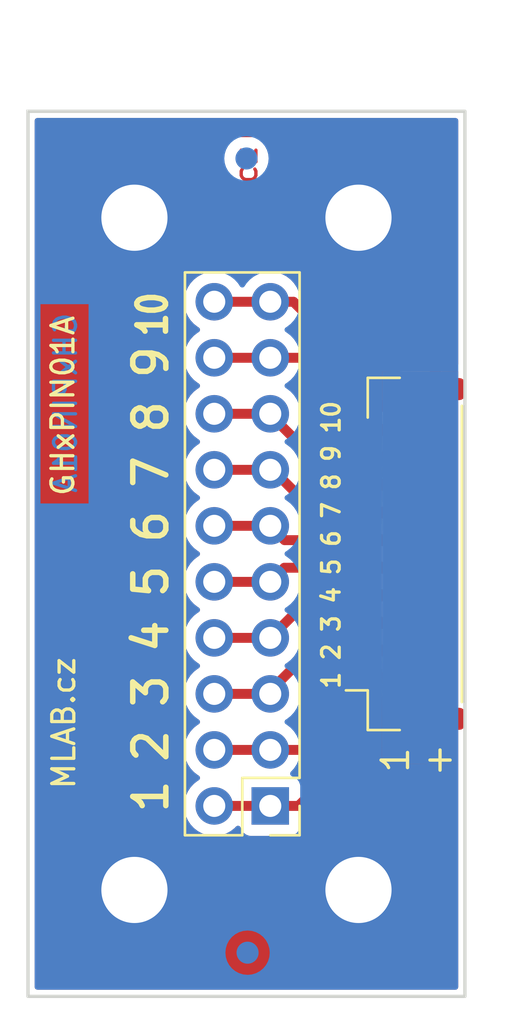
<source format=kicad_pcb>
(kicad_pcb (version 20240108) (generator "pcbnew") (generator_version "8.0")
  (layers (0 "F.Cu" signal) (31 "B.Cu" signal) (34 "B.Paste" user) (36 "B.SilkS" user "B.Silkscreen") (37 "F.SilkS" user "F.Silkscreen") (38 "B.Mask" user) (39 "F.Mask" user) (44 "Edge.Cuts" user))
  (net 0 "")
  (net 1 "Net-(J6-Pad6)")
  (net 2 "GND")
  (net 3 "Net-(J6-Pad2)")
  (net 4 "Net-(J6-Pad1)")
  (net 5 "Net-(J6-Pad9)")
  (net 6 "Net-(J6-Pad3)")
  (net 7 "Net-(J6-Pad5)")
  (net 8 "Net-(J6-Pad7)")
  (net 9 "Net-(J6-Pad8)")
  (net 10 "Net-(J6-Pad10)")
  (net 11 "Net-(J6-Pad4)")
  (footprint "Mlab_Mechanical:MountingHole_3mm" (layer "F.Cu") (at 153.58 89.76)
    (property "Reference" "M2" (hide yes))
    (property "Value" "HOLE M3" (hide yes))
    (pad "1" thru_hole circle (at 0 0) (size 6 6) (drill 3) (layers "*.Cu" "*.Mask") (net 2 "GND") (clearance 1))
  )
  (footprint "Mlab_Mechanical:MountingHole_3mm" (layer "F.Cu") (at 153.58 120.24)
    (property "Reference" "M4" (hide yes))
    (property "Value" "HOLE" (hide yes))
    (pad "1" thru_hole circle (at 0 0) (size 6 6) (drill 3) (layers "*.Cu" "*.Mask") (net 2 "GND") (clearance 1))
  )
  (footprint "Mlab_Mechanical:MountingHole_3mm" (layer "F.Cu") (at 143.42 120.24)
    (property "Reference" "M3" (hide yes))
    (property "Value" "HOLE" (hide yes))
    (pad "1" thru_hole circle (at 0 0) (size 6 6) (drill 3) (layers "*.Cu" "*.Mask") (net 2 "GND") (clearance 1))
  )
  (footprint "Connector_PinHeader_2.54mm:PinHeader_2x10_P2.54mm_Vertical" (layer "F.Cu") (at 149.579999 116.43 180)
    (property "Reference" "J7" (hide yes))
    (property "Value" "HEADER_2x10_PARALLEL")
    (fp_line (start 3.87 -1.33) (end 3.87 24.19) (stroke (width 0.12)) (layer "F.SilkS"))
    (fp_line (start 1.27 1.27) (end 1.27 -1.33) (stroke (width 0.12)) (layer "F.SilkS"))
    (fp_line (start 1.27 -1.33) (end 3.87 -1.33) (stroke (width 0.12)) (layer "F.SilkS"))
    (fp_line (start -1.33 24.19) (end 3.87 24.19) (stroke (width 0.12)) (layer "F.SilkS"))
    (fp_line (start -1.33 1.27) (end 1.27 1.27) (stroke (width 0.12)) (layer "F.SilkS"))
    (fp_line (start -1.33 1.27) (end -1.33 24.19) (stroke (width 0.12)) (layer "F.SilkS"))
    (fp_line (start -1.33 0) (end -1.33 -1.33) (stroke (width 0.12)) (layer "F.SilkS"))
    (fp_line (start -1.33 -1.33) (end 0 -1.33) (stroke (width 0.12)) (layer "F.SilkS"))
    (pad "1" thru_hole rect (at 0 0 180) (size 1.7 1.7) (drill 1) (layers "*.Cu" "*.Mask") (net 4 "Net-(J6-Pad1)"))
    (pad "2" thru_hole oval (at 2.54 0 180) (size 1.7 1.7) (drill 1) (layers "*.Cu" "*.Mask") (net 4 "Net-(J6-Pad1)"))
    (pad "3" thru_hole oval (at 0 2.54 180) (size 1.7 1.7) (drill 1) (layers "*.Cu" "*.Mask") (net 3 "Net-(J6-Pad2)"))
    (pad "4" thru_hole oval (at 2.54 2.54 180) (size 1.7 1.7) (drill 1) (layers "*.Cu" "*.Mask") (net 3 "Net-(J6-Pad2)"))
    (pad "5" thru_hole oval (at 0 5.08 180) (size 1.7 1.7) (drill 1) (layers "*.Cu" "*.Mask") (net 6 "Net-(J6-Pad3)"))
    (pad "6" thru_hole oval (at 2.54 5.08 180) (size 1.7 1.7) (drill 1) (layers "*.Cu" "*.Mask") (net 6 "Net-(J6-Pad3)"))
    (pad "7" thru_hole oval (at 0 7.62 180) (size 1.7 1.7) (drill 1) (layers "*.Cu" "*.Mask") (net 11 "Net-(J6-Pad4)"))
    (pad "8" thru_hole oval (at 2.54 7.62 180) (size 1.7 1.7) (drill 1) (layers "*.Cu" "*.Mask") (net 11 "Net-(J6-Pad4)"))
    (pad "9" thru_hole oval (at 0 10.16 180) (size 1.7 1.7) (drill 1) (layers "*.Cu" "*.Mask") (net 7 "Net-(J6-Pad5)"))
    (pad "10" thru_hole oval (at 2.54 10.16 180) (size 1.7 1.7) (drill 1) (layers "*.Cu" "*.Mask") (net 7 "Net-(J6-Pad5)"))
    (pad "11" thru_hole oval (at 0 12.7 180) (size 1.7 1.7) (drill 1) (layers "*.Cu" "*.Mask") (net 1 "Net-(J6-Pad6)"))
    (pad "12" thru_hole oval (at 2.54 12.7 180) (size 1.7 1.7) (drill 1) (layers "*.Cu" "*.Mask") (net 1 "Net-(J6-Pad6)"))
    (pad "13" thru_hole oval (at 0 15.24 180) (size 1.7 1.7) (drill 1) (layers "*.Cu" "*.Mask") (net 8 "Net-(J6-Pad7)"))
    (pad "14" thru_hole oval (at 2.54 15.24 180) (size 1.7 1.7) (drill 1) (layers "*.Cu" "*.Mask") (net 8 "Net-(J6-Pad7)"))
    (pad "15" thru_hole oval (at 0 17.78 180) (size 1.7 1.7) (drill 1) (layers "*.Cu" "*.Mask") (net 9 "Net-(J6-Pad8)"))
    (pad "16" thru_hole oval (at 2.54 17.78 180) (size 1.7 1.7) (drill 1) (layers "*.Cu" "*.Mask") (net 9 "Net-(J6-Pad8)"))
    (pad "17" thru_hole oval (at 0 20.32 180) (size 1.7 1.7) (drill 1) (layers "*.Cu" "*.Mask") (net 5 "Net-(J6-Pad9)"))
    (pad "18" thru_hole oval (at 2.54 20.32 180) (size 1.7 1.7) (drill 1) (layers "*.Cu" "*.Mask") (net 5 "Net-(J6-Pad9)"))
    (pad "19" thru_hole oval (at 0 22.86 180) (size 1.7 1.7) (drill 1) (layers "*.Cu" "*.Mask") (net 10 "Net-(J6-Pad10)"))
    (pad "20" thru_hole oval (at 2.54 22.86 180) (size 1.7 1.7) (drill 1) (layers "*.Cu" "*.Mask") (net 10 "Net-(J6-Pad10)"))
  )
  (footprint "Mlab_Mechanical:MountingHole_3mm" (layer "F.Cu") (at 143.42 89.76)
    (property "Reference" "M1" (hide yes))
    (property "Value" "HOLE M3" (hide yes))
    (pad "1" thru_hole circle (at 0 0) (size 6 6) (drill 3) (layers "*.Cu" "*.Mask") (net 2 "GND") (clearance 1))
  )
  (footprint "Connector_JST:JST_GH_SM10B-GHS-TB_1x10-1MP_P1.25mm_Horizontal" (layer "F.Cu") (at 155.709999 105.005 90)
    (property "Reference" "J6" (hide yes))
    (property "Value" "SM10B-GHS-TB")
    (fp_line (start 7.985 -1.71) (end 6.185 -1.71) (stroke (width 0.12)) (layer "F.SilkS"))
    (fp_line (start -6.185 -1.71) (end -6.185 -2.7) (stroke (width 0.12)) (layer "F.SilkS"))
    (fp_line (start -7.985 -1.71) (end -6.185 -1.71) (stroke (width 0.12)) (layer "F.SilkS"))
    (fp_line (start 7.985 -0.26) (end 7.985 -1.71) (stroke (width 0.12)) (layer "F.SilkS"))
    (fp_line (start -7.985 -0.26) (end -7.985 -1.71) (stroke (width 0.12)) (layer "F.SilkS"))
    (fp_line (start -6.715 2.56) (end 6.715 2.56) (stroke (width 0.12)) (layer "F.SilkS"))
    (pad "1" smd roundrect (at -5.625 -1.85 90) (size 0.6 1.7) (layers "F.Cu" "F.Paste" "F.Mask") (net 4 "Net-(J6-Pad1)"))
    (pad "2" smd roundrect (at -4.375 -1.85 90) (size 0.6 1.7) (layers "F.Cu" "F.Paste" "F.Mask") (net 3 "Net-(J6-Pad2)"))
    (pad "3" smd roundrect (at -3.125 -1.85 90) (size 0.6 1.7) (layers "F.Cu" "F.Paste" "F.Mask") (net 6 "Net-(J6-Pad3)"))
    (pad "4" smd roundrect (at -1.875 -1.85 90) (size 0.6 1.7) (layers "F.Cu" "F.Paste" "F.Mask") (net 11 "Net-(J6-Pad4)"))
    (pad "5" smd roundrect (at -0.625 -1.85 90) (size 0.6 1.7) (layers "F.Cu" "F.Paste" "F.Mask") (net 7 "Net-(J6-Pad5)"))
    (pad "6" smd roundrect (at 0.625 -1.85 90) (size 0.6 1.7) (layers "F.Cu" "F.Paste" "F.Mask") (net 1 "Net-(J6-Pad6)"))
    (pad "7" smd roundrect (at 1.875 -1.85 90) (size 0.6 1.7) (layers "F.Cu" "F.Paste" "F.Mask") (net 8 "Net-(J6-Pad7)"))
    (pad "8" smd roundrect (at 3.125 -1.85 90) (size 0.6 1.7) (layers "F.Cu" "F.Paste" "F.Mask") (net 9 "Net-(J6-Pad8)"))
    (pad "9" smd roundrect (at 4.375 -1.85 90) (size 0.6 1.7) (layers "F.Cu" "F.Paste" "F.Mask") (net 5 "Net-(J6-Pad9)"))
    (pad "10" smd roundrect (at 5.625 -1.85 90) (size 0.6 1.7) (layers "F.Cu" "F.Paste" "F.Mask") (net 10 "Net-(J6-Pad10)"))
    (pad "MP" smd roundrect (at -7.475 1.35 90) (size 1 2.7) (layers "F.Cu" "F.Paste" "F.Mask") (net 2 "GND"))
    (pad "MP" smd roundrect (at 7.475 1.35 90) (size 1 2.7) (layers "F.Cu" "F.Paste" "F.Mask") (net 2 "GND"))
  )
  (footprint "Fiducial:Fiducial_1mm_Mask2mm" (layer "B.Cu") (at 148.550799 123.0848 180)
    (property "Reference" "FID2" (hide yes))
    (property "Value" "Fiducial")
    (pad "" smd circle (at 0 0 180) (size 1 1) (layers "B.Cu" "B.Mask") (clearance 0.5))
  )
  (footprint "Fiducial:Fiducial_1mm_Mask2mm" (layer "B.Cu") (at 148.499999 87.0736 180)
    (property "Reference" "FID1" (hide yes))
    (property "Value" "Fiducial")
    (pad "" smd circle (at 0 0 180) (size 1 1) (layers "B.Cu" "B.Mask") (clearance 0.5))
  )
  (gr_rect (start 138.594 84.934) (end 158.406 125.066) (stroke (width 0.15)) (fill none) (layer "Edge.Cuts"))
  (gr_text "MLAB.cz" (at 149.058799 92.6048 90) (layer "F.Cu") (effects (font (size 1 1)) (justify left bottom)))
  (gr_text "GHxPIN01A" (at 140.879999 93.98 90) (layer "B.Cu") (effects (font (size 1 1)) (justify left bottom mirror)))
  (gr_text "1\n+" (at 157.889999 114.35 90) (layer "F.SilkS") (effects (font (size 1.2 1.2)) (justify bottom)))
  (gr_text "MLAB.cz" (at 140.799999 115.75 90) (layer "F.SilkS") (effects (font (size 1 1)) (justify left bottom)))
  (gr_text "10" (at 144.999999 94.14 90) (layer "F.SilkS") (effects (font (size 1.3 1) (thickness 0.25) (bold yes)) (justify bottom)))
  (gr_text "1" (at 145.039999 116 90) (layer "F.SilkS") (effects (font (size 1.5 1.45) (thickness 0.25) (bold yes)) (justify bottom)))
  (gr_text "GHxPIN01A" (at 140.759999 102.46 90) (layer "F.SilkS") (effects (font (size 1 1)) (justify left bottom)))
  (gr_text "1 2 3 4 5 6 7 8 9 10" (at 152.809999 111.19 90) (layer "F.SilkS") (effects (font (size 0.8 0.75)) (justify left bottom)))
  (gr_text "2 3 4 5 6 7 8 9" (at 145.039999 105.01 90) (layer "F.SilkS") (effects (font (size 1.5 1.45) (thickness 0.25) (bold yes)) (justify bottom)))
  (segment (start 150.229999 104.38) (end 149.579999 103.73) (width 0.45) (layer "F.Cu") (net 1))
  (segment (start 153.859999 104.38) (end 150.229999 104.38) (width 0.45) (layer "F.Cu") (net 1))
  (segment (start 149.579999 103.73) (end 147.039999 103.73) (width 0.45) (layer "F.Cu") (net 1))
  (segment (start 153.859999 109.38) (end 153.019999 109.38) (width 0.45) (layer "F.Cu") (net 3))
  (segment (start 151.569999 113.34) (end 150.989999 113.92) (width 0.45) (layer "F.Cu") (net 3))
  (segment (start 150.959999 113.89) (end 147.039999 113.89) (width 0.45) (layer "F.Cu") (net 3))
  (segment (start 153.019999 109.38) (end 151.569999 110.83) (width 0.45) (layer "F.Cu") (net 3))
  (segment (start 150.989999 113.92) (end 150.959999 113.89) (width 0.45) (layer "F.Cu") (net 3))
  (segment (start 151.569999 110.83) (end 151.569999 113.34) (width 0.45) (layer "F.Cu") (net 3))
  (segment (start 150.859999 116.43) (end 147.039999 116.43) (width 0.45) (layer "F.Cu") (net 4))
  (segment (start 153.859999 110.63) (end 153.859999 113.43) (width 0.45) (layer "F.Cu") (net 4))
  (segment (start 153.859999 113.43) (end 150.859999 116.43) (width 0.45) (layer "F.Cu") (net 4))
  (segment (start 151.559999 96.74) (end 150.929999 96.11) (width 0.45) (layer "F.Cu") (net 5))
  (segment (start 149.579999 96.11) (end 147.039999 96.11) (width 0.45) (layer "F.Cu") (net 5))
  (segment (start 153.01 100.63) (end 151.559999 99.179999) (width 0.45) (layer "F.Cu") (net 5))
  (segment (start 150.929999 96.11) (end 149.579999 96.11) (width 0.45) (layer "F.Cu") (net 5))
  (segment (start 153.859999 100.63) (end 153.01 100.63) (width 0.45) (layer "F.Cu") (net 5))
  (segment (start 151.559999 99.179999) (end 151.559999 96.74) (width 0.45) (layer "F.Cu") (net 5))
  (segment (start 152.659999 108.13) (end 149.579999 111.21) (width 0.45) (layer "F.Cu") (net 6))
  (segment (start 149.579999 111.35) (end 147.039999 111.35) (width 0.45) (layer "F.Cu") (net 6))
  (segment (start 153.859999 108.13) (end 152.659999 108.13) (width 0.45) (layer "F.Cu") (net 6))
  (segment (start 149.579999 111.21) (end 149.579999 111.35) (width 0.45) (layer "F.Cu") (net 6))
  (segment (start 150.219999 105.63) (end 149.579999 106.27) (width 0.45) (layer "F.Cu") (net 7))
  (segment (start 153.859999 105.63) (end 150.219999 105.63) (width 0.45) (layer "F.Cu") (net 7))
  (segment (start 147.039999 106.27) (end 149.579999 106.27) (width 0.45) (layer "F.Cu") (net 7))
  (segment (start 151.629999 103.13) (end 149.689999 101.19) (width 0.45) (layer "F.Cu") (net 8))
  (segment (start 149.689999 101.19) (end 147.039999 101.19) (width 0.45) (layer "F.Cu") (net 8))
  (segment (start 153.859999 103.13) (end 151.629999 103.13) (width 0.45) (layer "F.Cu") (net 8))
  (segment (start 153.859999 101.88) (end 152.769999 101.88) (width 0.45) (layer "F.Cu") (net 9))
  (segment (start 149.539999 98.65) (end 147.039999 98.65) (width 0.45) (layer "F.Cu") (net 9))
  (segment (start 152.769999 101.88) (end 149.539999 98.65) (width 0.45) (layer "F.Cu") (net 9))
  (segment (start 150.629999 93.57) (end 147.039999 93.57) (width 0.45) (layer "F.Cu") (net 10))
  (segment (start 153.859999 96.8) (end 150.629999 93.57) (width 0.45) (layer "F.Cu") (net 10))
  (segment (start 153.859999 99.38) (end 153.859999 96.8) (width 0.45) (layer "F.Cu") (net 10))
  (segment (start 149.579999 108.81) (end 147.039999 108.81) (width 0.45) (layer "F.Cu") (net 11))
  (segment (start 151.509999 106.88) (end 149.579999 108.81) (width 0.45) (layer "F.Cu") (net 11))
  (segment (start 153.859999 106.88) (end 151.509999 106.88) (width 0.45) (layer "F.Cu") (net 11))
  (zone (net 2) (net_name "GND") (layers "F&B.Cu") (priority 1) (connect_pads yes (clearance 0.508)) (min_thickness 0.25) (fill yes (thermal_gap 0.5) (thermal_bridge_width 0.5))
    (polygon (pts (xy 160.789999 96.72) (xy 154.659999 96.74) (xy 154.639999 114.51) (xy 160.659999 114.56)))
  )
  (zone (net 2) (net_name "GND") (layers "F&B.Cu") (connect_pads (clearance 0.508)) (min_thickness 0.25) (fill yes (thermal_gap 0.5) (thermal_bridge_width 0.5))
    (polygon (pts (xy 137.323999 83.664) (xy 159.675999 83.664) (xy 159.675999 126.336) (xy 137.323999 126.336)))
  )
)
</source>
